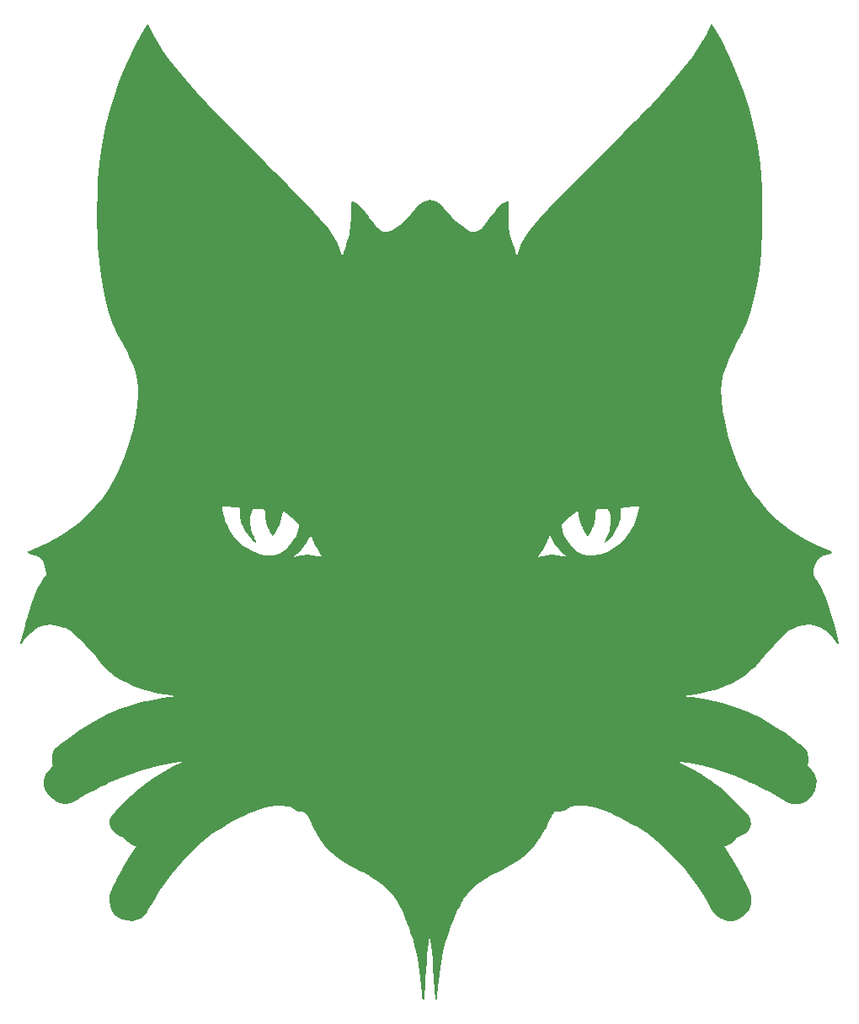
<source format=gbr>
%TF.GenerationSoftware,KiCad,Pcbnew,(6.0.10)*%
%TF.CreationDate,2023-11-18T20:59:03+01:00*%
%TF.ProjectId,Lynx,4c796e78-2e6b-4696-9361-645f70636258,V 1.3*%
%TF.SameCoordinates,Original*%
%TF.FileFunction,Copper,L1,Top*%
%TF.FilePolarity,Positive*%
%FSLAX46Y46*%
G04 Gerber Fmt 4.6, Leading zero omitted, Abs format (unit mm)*
G04 Created by KiCad (PCBNEW (6.0.10)) date 2023-11-18 20:59:03*
%MOMM*%
%LPD*%
G01*
G04 APERTURE LIST*
G04 APERTURE END LIST*
%TO.C,*%
G36*
X39356000Y-84471000D02*
G01*
X38990000Y-84350000D01*
X38984000Y-84286000D01*
X39018000Y-84197000D01*
X39024000Y-84193000D01*
X39118000Y-84149000D01*
X39314000Y-84068000D01*
X39500000Y-83994000D01*
X41007000Y-83323000D01*
X42406000Y-82537000D01*
X43693000Y-81637000D01*
X44470000Y-80991000D01*
X44774000Y-80709000D01*
X45124000Y-80363000D01*
X45464000Y-80013000D01*
X45705000Y-79750000D01*
X45753000Y-79692000D01*
X58507000Y-79692000D01*
X58510000Y-79807000D01*
X58547000Y-80031000D01*
X58608000Y-80320000D01*
X58683000Y-80629000D01*
X58761000Y-80914000D01*
X58834000Y-81129000D01*
X58834000Y-81130000D01*
X59020000Y-81542000D01*
X59261000Y-81996000D01*
X59512000Y-82407000D01*
X59521000Y-82420000D01*
X59911000Y-82939000D01*
X60318000Y-83346000D01*
X60691000Y-83624000D01*
X61191000Y-83941000D01*
X61614000Y-84174000D01*
X62002000Y-84340000D01*
X62400000Y-84457000D01*
X62852000Y-84545000D01*
X62940000Y-84559000D01*
X63433000Y-84596000D01*
X63740000Y-84571000D01*
X64308000Y-84404000D01*
X64836000Y-84083000D01*
X65183000Y-83764000D01*
X65529000Y-83339000D01*
X65852000Y-82833000D01*
X65962000Y-82629000D01*
X66180000Y-82100000D01*
X66260000Y-81645000D01*
X66260000Y-81635000D01*
X92680000Y-81635000D01*
X92750000Y-82093000D01*
X92958000Y-82613000D01*
X93298000Y-83184000D01*
X93514000Y-83483000D01*
X93754000Y-83759000D01*
X94035000Y-84028000D01*
X94263000Y-84206000D01*
X94795000Y-84474000D01*
X95364000Y-84591000D01*
X95924000Y-84569000D01*
X96406000Y-84486000D01*
X96827000Y-84373000D01*
X97233000Y-84211000D01*
X97669000Y-83983000D01*
X98180000Y-83670000D01*
X98666000Y-83297000D01*
X99111000Y-82822000D01*
X99537000Y-82218000D01*
X99635000Y-82059000D01*
X99779000Y-81802000D01*
X99934000Y-81498000D01*
X100057000Y-81236000D01*
X100063000Y-81222000D01*
X100135000Y-81018000D01*
X100217000Y-80737000D01*
X100298000Y-80423000D01*
X100369000Y-80119000D01*
X100418000Y-79867000D01*
X100435000Y-79711000D01*
X100432000Y-79688000D01*
X100358000Y-79664000D01*
X100155000Y-79662000D01*
X99809000Y-79683000D01*
X99715000Y-79690000D01*
X99265000Y-79730000D01*
X98916000Y-79771000D01*
X98687000Y-79810000D01*
X98597000Y-79845000D01*
X98597000Y-79847000D01*
X98595000Y-79932000D01*
X98593000Y-80134000D01*
X98591000Y-80400000D01*
X98587000Y-80720000D01*
X98572000Y-80938000D01*
X98536000Y-81116000D01*
X98467000Y-81312000D01*
X98399000Y-81480000D01*
X98121000Y-82069000D01*
X97807000Y-82545000D01*
X97575000Y-82811000D01*
X97429000Y-82952000D01*
X97253000Y-83108000D01*
X97088000Y-83245000D01*
X96975000Y-83327000D01*
X96950000Y-83337000D01*
X96976000Y-83266000D01*
X97053000Y-83084000D01*
X97164000Y-82829000D01*
X97193000Y-82764000D01*
X97326000Y-82461000D01*
X97408000Y-82257000D01*
X97458000Y-82108000D01*
X97491000Y-81969000D01*
X97491000Y-81968000D01*
X97582000Y-81266000D01*
X97551000Y-80647000D01*
X97542000Y-80596000D01*
X97473000Y-80289000D01*
X97392000Y-80058000D01*
X97345000Y-79977000D01*
X97296000Y-79920000D01*
X96973000Y-79920000D01*
X96628000Y-79927000D01*
X96347000Y-79947000D01*
X96167000Y-79977000D01*
X96120000Y-80000000D01*
X96105000Y-80091000D01*
X96084000Y-80296000D01*
X96062000Y-80562000D01*
X96032000Y-80907000D01*
X95996000Y-81156000D01*
X95941000Y-81370000D01*
X95853000Y-81613000D01*
X95826000Y-81680000D01*
X95688000Y-81998000D01*
X95541000Y-82288000D01*
X95409000Y-82507000D01*
X95333000Y-82598000D01*
X95281000Y-82599000D01*
X95249000Y-82567000D01*
X95147000Y-82432000D01*
X94993000Y-82197000D01*
X94883000Y-82020000D01*
X94770000Y-81802000D01*
X94637000Y-81500000D01*
X94514000Y-81185000D01*
X94462000Y-81033000D01*
X94410000Y-80826000D01*
X94362000Y-80570000D01*
X94359000Y-80549000D01*
X94323000Y-80337000D01*
X94292000Y-80197000D01*
X94288000Y-80184000D01*
X94249000Y-80129000D01*
X94201000Y-80149000D01*
X94053000Y-80248000D01*
X93824000Y-80425000D01*
X93550000Y-80649000D01*
X93269000Y-80891000D01*
X93016000Y-81119000D01*
X92855000Y-81275000D01*
X92680000Y-81455000D01*
X92680000Y-81635000D01*
X66260000Y-81635000D01*
X66260000Y-81610000D01*
X66247000Y-81485000D01*
X66183000Y-81387000D01*
X66042000Y-81238000D01*
X65813000Y-81023000D01*
X65533000Y-80776000D01*
X65240000Y-80530000D01*
X64973000Y-80317000D01*
X64802000Y-80192000D01*
X64704000Y-80135000D01*
X64664000Y-80147000D01*
X64633000Y-80242000D01*
X64590000Y-80455000D01*
X64577000Y-80533000D01*
X64505000Y-80892000D01*
X64405000Y-81221000D01*
X64280000Y-81540000D01*
X64174000Y-81785000D01*
X64082000Y-81966000D01*
X63959000Y-82166000D01*
X63891000Y-82270000D01*
X63742000Y-82488000D01*
X63653000Y-82594000D01*
X63604000Y-82612000D01*
X63601000Y-82611000D01*
X63520000Y-82510000D01*
X63400000Y-82306000D01*
X63266000Y-82043000D01*
X63139000Y-81764000D01*
X63069000Y-81590000D01*
X62952000Y-81214000D01*
X62892000Y-80840000D01*
X62881000Y-80710000D01*
X62854000Y-80358000D01*
X62836000Y-80138000D01*
X62823000Y-80023000D01*
X62812000Y-79985000D01*
X62719000Y-79964000D01*
X62517000Y-79944000D01*
X62256000Y-79929000D01*
X61989000Y-79920000D01*
X61765000Y-79920000D01*
X61637000Y-79931000D01*
X61631000Y-79933000D01*
X61556000Y-80030000D01*
X61476000Y-80241000D01*
X61405000Y-80520000D01*
X61359000Y-80813000D01*
X61351000Y-81305000D01*
X61421000Y-81874000D01*
X61449000Y-82015000D01*
X61476000Y-82124000D01*
X61523000Y-82258000D01*
X61602000Y-82453000D01*
X61727000Y-82743000D01*
X61799000Y-82907000D01*
X61897000Y-83134000D01*
X61960000Y-83288000D01*
X61975000Y-83331000D01*
X61915000Y-83295000D01*
X61783000Y-83195000D01*
X61631000Y-83073000D01*
X61540000Y-82995000D01*
X61156000Y-82582000D01*
X60825000Y-82098000D01*
X60742000Y-81942000D01*
X60624000Y-81690000D01*
X60507000Y-81412000D01*
X60417000Y-81175000D01*
X60390000Y-81090000D01*
X60347000Y-80802000D01*
X60337000Y-80419000D01*
X60344000Y-80233000D01*
X60352000Y-80025000D01*
X60351000Y-79896000D01*
X60350000Y-79884000D01*
X60287000Y-79819000D01*
X60154000Y-79791000D01*
X59906000Y-79758000D01*
X59591000Y-79724000D01*
X59254000Y-79693000D01*
X58941000Y-79670000D01*
X58698000Y-79660000D01*
X58674000Y-79660000D01*
X58541000Y-79668000D01*
X58507000Y-79692000D01*
X45753000Y-79692000D01*
X46494000Y-78789000D01*
X47181000Y-77804000D01*
X47802000Y-76739000D01*
X48089000Y-76180000D01*
X48682000Y-74844000D01*
X49174000Y-73438000D01*
X49570000Y-71942000D01*
X49875000Y-70339000D01*
X49999000Y-69460000D01*
X50083000Y-68539000D01*
X50085000Y-67715000D01*
X50000000Y-66943000D01*
X49822000Y-66178000D01*
X49546000Y-65378000D01*
X49515000Y-65301000D01*
X49273000Y-64742000D01*
X48975000Y-64124000D01*
X48657000Y-63520000D01*
X48434000Y-63130000D01*
X48332000Y-62948000D01*
X48194000Y-62690000D01*
X48091000Y-62490000D01*
X47583000Y-61374000D01*
X47150000Y-60169000D01*
X46787000Y-58865000D01*
X46493000Y-57451000D01*
X46265000Y-55914000D01*
X46101000Y-54245000D01*
X46051000Y-53520000D01*
X45998000Y-52377000D01*
X45968000Y-51114000D01*
X45961000Y-49770000D01*
X45978000Y-48382000D01*
X46018000Y-46990000D01*
X46020000Y-46920000D01*
X46149000Y-45204000D01*
X46402000Y-43416000D01*
X46775000Y-41581000D01*
X47262000Y-39722000D01*
X47860000Y-37860000D01*
X48084000Y-37240000D01*
X48585000Y-35970000D01*
X49142000Y-34698000D01*
X49735000Y-33466000D01*
X50344000Y-32316000D01*
X50830000Y-31482000D01*
X50943000Y-31302000D01*
X51007000Y-31221000D01*
X51052000Y-31200000D01*
X51059000Y-31200000D01*
X51130000Y-31224000D01*
X51176000Y-31333000D01*
X51188000Y-31380000D01*
X51331000Y-31788000D01*
X51576000Y-32296000D01*
X51916000Y-32889000D01*
X52343000Y-33553000D01*
X52568000Y-33880000D01*
X53237000Y-34793000D01*
X54028000Y-35790000D01*
X54930000Y-36863000D01*
X55936000Y-38000000D01*
X57038000Y-39192000D01*
X57519000Y-39699000D01*
X57694000Y-39880000D01*
X57965000Y-40156000D01*
X58313000Y-40510000D01*
X58723000Y-40923000D01*
X59175000Y-41379000D01*
X59652000Y-41860000D01*
X59961000Y-42170000D01*
X61074000Y-43288000D01*
X62081000Y-44298000D01*
X62986000Y-45209000D01*
X63796000Y-46025000D01*
X64518000Y-46753000D01*
X65157000Y-47400000D01*
X65719000Y-47970000D01*
X66212000Y-48472000D01*
X66640000Y-48910000D01*
X67010000Y-49292000D01*
X67328000Y-49623000D01*
X67601000Y-49910000D01*
X67790000Y-50111000D01*
X68071000Y-50416000D01*
X68384000Y-50762000D01*
X68698000Y-51114000D01*
X68978000Y-51434000D01*
X69192000Y-51684000D01*
X69236000Y-51736000D01*
X69681000Y-52368000D01*
X70084000Y-53117000D01*
X70423000Y-53940000D01*
X70519000Y-54230000D01*
X70577000Y-54413000D01*
X70610000Y-54515000D01*
X70611000Y-54519000D01*
X70640000Y-54466000D01*
X70702000Y-54300000D01*
X70769000Y-54109000D01*
X70876000Y-53795000D01*
X70986000Y-53485000D01*
X71035000Y-53350000D01*
X71203000Y-52857000D01*
X71316000Y-52406000D01*
X71368000Y-52120000D01*
X71443000Y-51476000D01*
X71483000Y-50727000D01*
X71486000Y-49925000D01*
X71480000Y-49707000D01*
X71472000Y-49414000D01*
X71469000Y-49190000D01*
X71471000Y-49077000D01*
X71472000Y-49071000D01*
X71555000Y-49016000D01*
X71651000Y-49034000D01*
X71865000Y-49108000D01*
X72018000Y-49188000D01*
X72047000Y-49206000D01*
X72230000Y-49341000D01*
X72423000Y-49520000D01*
X72646000Y-49766000D01*
X72918000Y-50100000D01*
X73258000Y-50544000D01*
X73296000Y-50595000D01*
X73583000Y-50974000D01*
X73798000Y-51252000D01*
X73966000Y-51456000D01*
X74107000Y-51614000D01*
X74264000Y-51771000D01*
X74539000Y-51993000D01*
X74792000Y-52091000D01*
X75072000Y-52083000D01*
X75093000Y-52080000D01*
X75494000Y-51954000D01*
X75925000Y-51717000D01*
X76395000Y-51363000D01*
X76912000Y-50885000D01*
X77485000Y-50274000D01*
X77902000Y-49790000D01*
X78314000Y-49359000D01*
X78710000Y-49075000D01*
X79108000Y-48924000D01*
X79410000Y-48894000D01*
X79748000Y-48932000D01*
X80018000Y-49040000D01*
X80276000Y-49191000D01*
X80521000Y-49390000D01*
X80791000Y-49667000D01*
X80994000Y-49901000D01*
X81562000Y-50535000D01*
X82117000Y-51078000D01*
X82644000Y-51516000D01*
X83129000Y-51839000D01*
X83557000Y-52034000D01*
X83648000Y-52060000D01*
X83966000Y-52097000D01*
X84241000Y-52015000D01*
X84366000Y-51940000D01*
X84541000Y-51803000D01*
X84735000Y-51608000D01*
X84965000Y-51335000D01*
X85247000Y-50965000D01*
X85585000Y-50498000D01*
X85770000Y-50240000D01*
X85946000Y-50003000D01*
X86042000Y-49878000D01*
X86411000Y-49468000D01*
X86759000Y-49193000D01*
X87008000Y-49078000D01*
X87146000Y-49035000D01*
X87185000Y-49019000D01*
X87290000Y-49020000D01*
X87308000Y-49037000D01*
X87324000Y-49069000D01*
X87332000Y-49141000D01*
X87332000Y-49288000D01*
X87324000Y-49546000D01*
X87319000Y-49682000D01*
X87311000Y-50611000D01*
X87352000Y-51459000D01*
X87443000Y-52204000D01*
X87580000Y-52821000D01*
X87583000Y-52830000D01*
X87633000Y-52983000D01*
X87717000Y-53220000D01*
X87775000Y-53380000D01*
X87892000Y-53706000D01*
X88011000Y-54048000D01*
X88052000Y-54169000D01*
X88125000Y-54379000D01*
X88175000Y-54503000D01*
X88187000Y-54519000D01*
X88215000Y-54430000D01*
X88268000Y-54256000D01*
X88270000Y-54250000D01*
X88626000Y-53295000D01*
X89092000Y-52416000D01*
X89690000Y-51577000D01*
X89930000Y-51289000D01*
X90152000Y-51037000D01*
X90391000Y-50769000D01*
X90656000Y-50480000D01*
X90954000Y-50160000D01*
X91292000Y-49803000D01*
X91677000Y-49402000D01*
X92117000Y-48947000D01*
X92620000Y-48432000D01*
X93193000Y-47849000D01*
X93843000Y-47191000D01*
X94577000Y-46449000D01*
X95404000Y-45616000D01*
X96330000Y-44686000D01*
X97242000Y-43769000D01*
X98088000Y-42919000D01*
X98832000Y-42172000D01*
X99483000Y-41516000D01*
X100051000Y-40942000D01*
X100546000Y-40438000D01*
X100980000Y-39995000D01*
X101361000Y-39601000D01*
X101701000Y-39247000D01*
X102010000Y-38921000D01*
X102297000Y-38613000D01*
X102573000Y-38313000D01*
X102848000Y-38010000D01*
X103091000Y-37740000D01*
X104094000Y-36595000D01*
X104983000Y-35524000D01*
X105755000Y-34533000D01*
X106406000Y-33626000D01*
X106932000Y-32807000D01*
X106993000Y-32705000D01*
X107237000Y-32262000D01*
X107438000Y-31848000D01*
X107576000Y-31502000D01*
X107620000Y-31349000D01*
X107668000Y-31225000D01*
X107741000Y-31200000D01*
X107788000Y-31216000D01*
X107850000Y-31292000D01*
X107947000Y-31447000D01*
X108755000Y-32871000D01*
X109524000Y-34417000D01*
X110237000Y-36050000D01*
X110881000Y-37735000D01*
X111440000Y-39437000D01*
X111826000Y-40820000D01*
X112095000Y-41944000D01*
X112318000Y-43042000D01*
X112497000Y-44141000D01*
X112635000Y-45265000D01*
X112736000Y-46441000D01*
X112800000Y-47695000D01*
X112832000Y-49054000D01*
X112834000Y-50542000D01*
X112833000Y-50640000D01*
X112824000Y-51413000D01*
X112811000Y-52070000D01*
X112791000Y-52658000D01*
X112763000Y-53219000D01*
X112726000Y-53801000D01*
X112699000Y-54170000D01*
X112533000Y-55864000D01*
X112302000Y-57422000D01*
X112003000Y-58855000D01*
X111634000Y-60175000D01*
X111193000Y-61392000D01*
X111118000Y-61574000D01*
X110997000Y-61853000D01*
X110871000Y-62125000D01*
X110726000Y-62421000D01*
X110547000Y-62768000D01*
X110319000Y-63196000D01*
X110028000Y-63734000D01*
X110020000Y-63750000D01*
X109516000Y-64752000D01*
X109139000Y-65680000D01*
X108880000Y-66554000D01*
X108733000Y-67390000D01*
X108718000Y-67540000D01*
X108706000Y-67825000D01*
X108705000Y-68200000D01*
X108714000Y-68598000D01*
X108733000Y-68950000D01*
X108748000Y-69110000D01*
X108779000Y-69348000D01*
X108827000Y-69685000D01*
X108882000Y-70060000D01*
X108935000Y-70414000D01*
X108978000Y-70687000D01*
X108982000Y-70710000D01*
X109341000Y-72434000D01*
X109826000Y-74070000D01*
X110433000Y-75612000D01*
X111161000Y-77056000D01*
X112007000Y-78397000D01*
X112271000Y-78760000D01*
X113257000Y-79946000D01*
X114360000Y-81028000D01*
X115569000Y-81995000D01*
X116309000Y-82495000D01*
X117302000Y-83076000D01*
X118345000Y-83598000D01*
X119320000Y-84007000D01*
X119583000Y-84108000D01*
X119729000Y-84171000D01*
X119794000Y-84216000D01*
X119810000Y-84261000D01*
X119810000Y-84350000D01*
X119480000Y-84461000D01*
X119037000Y-84622000D01*
X118719000Y-84770000D01*
X118496000Y-84923000D01*
X118337000Y-85099000D01*
X118306000Y-85144000D01*
X118126000Y-85505000D01*
X118022000Y-85933000D01*
X117999000Y-86121000D01*
X117975000Y-86310000D01*
X117951000Y-86416000D01*
X117951000Y-86417000D01*
X117946000Y-86455000D01*
X117977000Y-86527000D01*
X118063000Y-86666000D01*
X118189000Y-86857000D01*
X118422000Y-87222000D01*
X118635000Y-87589000D01*
X118833000Y-87976000D01*
X119024000Y-88398000D01*
X119212000Y-88872000D01*
X119404000Y-89415000D01*
X119606000Y-90042000D01*
X119823000Y-90771000D01*
X120063000Y-91617000D01*
X120331000Y-92598000D01*
X120421000Y-92936000D01*
X120546000Y-93403000D01*
X120505000Y-93444000D01*
X120434000Y-93477000D01*
X120351000Y-93414000D01*
X120226000Y-93235000D01*
X119746000Y-92606000D01*
X119201000Y-92118000D01*
X118594000Y-91773000D01*
X117989000Y-91588000D01*
X117697000Y-91558000D01*
X117342000Y-91556000D01*
X117016000Y-91584000D01*
X116990000Y-91588000D01*
X116457000Y-91715000D01*
X115939000Y-91908000D01*
X115498000Y-92142000D01*
X115388000Y-92219000D01*
X115288000Y-92297000D01*
X115177000Y-92395000D01*
X115032000Y-92532000D01*
X114835000Y-92730000D01*
X114564000Y-93007000D01*
X114299000Y-93280000D01*
X113981000Y-93609000D01*
X113746000Y-93855000D01*
X113563000Y-94050000D01*
X113405000Y-94228000D01*
X113240000Y-94419000D01*
X113042000Y-94656000D01*
X112972000Y-94740000D01*
X112651000Y-95123000D01*
X112404000Y-95412000D01*
X112202000Y-95637000D01*
X112020000Y-95828000D01*
X111838000Y-96009000D01*
X111067000Y-96666000D01*
X110223000Y-97208000D01*
X109810000Y-97422000D01*
X109098000Y-97736000D01*
X108340000Y-98007000D01*
X107510000Y-98243000D01*
X106581000Y-98451000D01*
X105525000Y-98638000D01*
X105270000Y-98678000D01*
X105112000Y-98706000D01*
X105059000Y-98724000D01*
X105060000Y-98725000D01*
X105148000Y-98740000D01*
X105355000Y-98771000D01*
X105642000Y-98812000D01*
X105750000Y-98827000D01*
X107325000Y-99087000D01*
X108780000Y-99419000D01*
X110142000Y-99831000D01*
X111440000Y-100335000D01*
X112700000Y-100941000D01*
X113951000Y-101658000D01*
X114609000Y-102080000D01*
X115084000Y-102401000D01*
X115525000Y-102713000D01*
X115975000Y-103048000D01*
X116480000Y-103440000D01*
X116761000Y-103662000D01*
X117014000Y-103866000D01*
X117169000Y-103999000D01*
X117253000Y-104086000D01*
X117285000Y-104133000D01*
X117395000Y-104456000D01*
X117447000Y-104890000D01*
X117438000Y-105393000D01*
X117409000Y-105660000D01*
X117396000Y-105750000D01*
X117528000Y-105857000D01*
X117836000Y-106165000D01*
X118081000Y-106518000D01*
X118150000Y-106658000D01*
X118283000Y-107176000D01*
X118271000Y-107715000D01*
X118121000Y-108241000D01*
X117880000Y-108660000D01*
X117477000Y-109093000D01*
X117018000Y-109398000D01*
X116525000Y-109566000D01*
X116019000Y-109586000D01*
X115922000Y-109572000D01*
X115556000Y-109477000D01*
X115186000Y-109309000D01*
X114907000Y-109145000D01*
X114324000Y-108793000D01*
X113641000Y-108409000D01*
X112910000Y-108019000D01*
X112179000Y-107650000D01*
X111499000Y-107328000D01*
X111340000Y-107256000D01*
X109746000Y-106601000D01*
X108222000Y-106081000D01*
X106759000Y-105692000D01*
X105420000Y-105442000D01*
X105090000Y-105396000D01*
X104793000Y-105357000D01*
X104570000Y-105331000D01*
X104456000Y-105322000D01*
X104450000Y-105323000D01*
X104512000Y-105361000D01*
X104683000Y-105453000D01*
X104931000Y-105584000D01*
X105016000Y-105629000D01*
X105868000Y-106084000D01*
X106605000Y-106510000D01*
X107265000Y-106927000D01*
X107885000Y-107358000D01*
X108070000Y-107495000D01*
X108798000Y-108073000D01*
X109526000Y-108718000D01*
X110293000Y-109465000D01*
X110301000Y-109473000D01*
X110721000Y-109903000D01*
X111042000Y-110243000D01*
X111277000Y-110511000D01*
X111444000Y-110727000D01*
X111556000Y-110910000D01*
X111631000Y-111082000D01*
X111672000Y-111220000D01*
X111698000Y-111521000D01*
X111648000Y-111819000D01*
X111634000Y-111856000D01*
X111427000Y-112189000D01*
X111104000Y-112501000D01*
X110968000Y-112599000D01*
X110823000Y-112685000D01*
X110622000Y-112793000D01*
X110420000Y-112896000D01*
X110270000Y-112966000D01*
X110226000Y-112980000D01*
X110166000Y-113035000D01*
X110072000Y-113148000D01*
X109718000Y-113508000D01*
X109343000Y-113710000D01*
X109128000Y-113754000D01*
X109016000Y-113767000D01*
X109000000Y-113772000D01*
X109040000Y-113835000D01*
X109146000Y-113996000D01*
X109277000Y-114194000D01*
X110112000Y-115529000D01*
X110868000Y-116918000D01*
X110909000Y-117000000D01*
X111223000Y-117639000D01*
X111455000Y-118149000D01*
X111608000Y-118536000D01*
X111682000Y-118789000D01*
X111718000Y-119140000D01*
X111703000Y-119510000D01*
X111689000Y-119601000D01*
X111513000Y-120129000D01*
X111214000Y-120581000D01*
X110816000Y-120939000D01*
X110342000Y-121186000D01*
X109816000Y-121303000D01*
X109446000Y-121300000D01*
X109071000Y-121232000D01*
X108714000Y-121093000D01*
X108707000Y-121090000D01*
X108382000Y-120899000D01*
X108106000Y-120651000D01*
X107847000Y-120314000D01*
X107599000Y-119900000D01*
X107223000Y-119252000D01*
X106776000Y-118537000D01*
X106292000Y-117808000D01*
X105815000Y-117132000D01*
X104819000Y-115847000D01*
X103802000Y-114695000D01*
X102772000Y-113685000D01*
X101736000Y-112822000D01*
X101230000Y-112457000D01*
X100816000Y-112191000D01*
X100295000Y-111880000D01*
X99706000Y-111548000D01*
X99089000Y-111215000D01*
X98483000Y-110903000D01*
X97926000Y-110634000D01*
X97840000Y-110594000D01*
X97032000Y-110249000D01*
X96311000Y-109994000D01*
X95640000Y-109817000D01*
X94995000Y-109709000D01*
X94763000Y-109687000D01*
X94557000Y-109689000D01*
X94440000Y-109698000D01*
X94203000Y-109722000D01*
X93939000Y-109756000D01*
X93698000Y-109793000D01*
X93533000Y-109824000D01*
X93492000Y-109837000D01*
X93419000Y-109895000D01*
X93356000Y-109945000D01*
X92891000Y-110219000D01*
X92358000Y-110349000D01*
X92138000Y-110360000D01*
X91941000Y-110360000D01*
X91871000Y-110431000D01*
X91778000Y-110568000D01*
X91633000Y-110846000D01*
X91609000Y-110896000D01*
X91337000Y-111449000D01*
X91115000Y-111890000D01*
X90923000Y-112250000D01*
X90746000Y-112562000D01*
X90565000Y-112860000D01*
X90501000Y-112960000D01*
X89977000Y-113709000D01*
X89438000Y-114329000D01*
X88860000Y-114848000D01*
X88750000Y-114933000D01*
X88399000Y-115184000D01*
X88012000Y-115428000D01*
X87556000Y-115686000D01*
X86998000Y-115976000D01*
X86710000Y-116121000D01*
X86196000Y-116379000D01*
X85785000Y-116596000D01*
X85436000Y-116796000D01*
X85105000Y-117001000D01*
X84940000Y-117109000D01*
X84227000Y-117616000D01*
X83646000Y-118107000D01*
X83170000Y-118606000D01*
X82776000Y-119137000D01*
X82721000Y-119224000D01*
X82568000Y-119490000D01*
X82382000Y-119848000D01*
X82189000Y-120241000D01*
X82019000Y-120613000D01*
X81985000Y-120691000D01*
X81806000Y-121133000D01*
X81606000Y-121659000D01*
X81405000Y-122215000D01*
X81220000Y-122751000D01*
X81070000Y-123214000D01*
X81021000Y-123376000D01*
X80756000Y-124404000D01*
X80538000Y-125487000D01*
X80364000Y-126653000D01*
X80228000Y-127931000D01*
X80160000Y-128820000D01*
X80143000Y-129036000D01*
X80125000Y-129141000D01*
X80099000Y-129183000D01*
X79995000Y-129195000D01*
X79960000Y-129160000D01*
X79948000Y-129071000D01*
X79930000Y-128856000D01*
X79909000Y-128550000D01*
X79891000Y-128248000D01*
X79820000Y-127071000D01*
X79752000Y-126044000D01*
X79686000Y-125159000D01*
X79622000Y-124406000D01*
X79558000Y-123775000D01*
X79494000Y-123258000D01*
X79457000Y-123005000D01*
X79425000Y-122827000D01*
X79402000Y-122741000D01*
X79400000Y-122740000D01*
X79387000Y-122755000D01*
X79371000Y-122828000D01*
X79344000Y-122997000D01*
X79320000Y-123150000D01*
X79268000Y-123554000D01*
X79211000Y-124093000D01*
X79150000Y-124740000D01*
X79089000Y-125471000D01*
X79029000Y-126260000D01*
X78972000Y-127080000D01*
X78920000Y-127908000D01*
X78875000Y-128716000D01*
X78868000Y-128860000D01*
X78854000Y-129052000D01*
X78839000Y-129159000D01*
X78838000Y-129163000D01*
X78748000Y-129205000D01*
X78697000Y-129182000D01*
X78649000Y-129070000D01*
X78647000Y-129049000D01*
X78638000Y-128918000D01*
X78622000Y-128687000D01*
X78609000Y-128500000D01*
X78549000Y-127748000D01*
X78474000Y-126996000D01*
X78389000Y-126297000D01*
X78301000Y-125713000D01*
X78176000Y-125044000D01*
X78033000Y-124379000D01*
X77882000Y-123758000D01*
X77732000Y-123222000D01*
X77609000Y-122850000D01*
X77545000Y-122672000D01*
X77455000Y-122414000D01*
X77399000Y-122250000D01*
X77019000Y-121209000D01*
X76640000Y-120306000D01*
X76264000Y-119549000D01*
X75894000Y-118944000D01*
X75848000Y-118880000D01*
X75433000Y-118388000D01*
X74886000Y-117877000D01*
X74228000Y-117364000D01*
X73575000Y-116927000D01*
X73164000Y-116679000D01*
X72758000Y-116456000D01*
X72289000Y-116221000D01*
X72162000Y-116160000D01*
X71333000Y-115741000D01*
X70633000Y-115337000D01*
X70039000Y-114928000D01*
X69525000Y-114492000D01*
X69065000Y-114008000D01*
X68633000Y-113458000D01*
X68407000Y-113130000D01*
X68047000Y-112554000D01*
X67689000Y-111904000D01*
X67334000Y-111190000D01*
X67163000Y-110834000D01*
X67041000Y-110598000D01*
X66948000Y-110457000D01*
X66866000Y-110387000D01*
X66773000Y-110363000D01*
X66676000Y-110360000D01*
X66187000Y-110283000D01*
X65716000Y-110066000D01*
X65527000Y-109931000D01*
X65393000Y-109824000D01*
X65062000Y-109772000D01*
X64619000Y-109711000D01*
X64275000Y-109688000D01*
X63977000Y-109701000D01*
X63905000Y-109709000D01*
X63278000Y-109813000D01*
X62640000Y-109977000D01*
X61957000Y-110213000D01*
X61194000Y-110531000D01*
X60880000Y-110674000D01*
X60310000Y-110951000D01*
X59688000Y-111274000D01*
X59054000Y-111622000D01*
X58449000Y-111972000D01*
X57914000Y-112300000D01*
X57520000Y-112561000D01*
X56507000Y-113348000D01*
X55494000Y-114284000D01*
X54489000Y-115359000D01*
X53503000Y-116562000D01*
X52544000Y-117884000D01*
X52315000Y-118225000D01*
X52036000Y-118653000D01*
X51755000Y-119103000D01*
X51494000Y-119534000D01*
X51276000Y-119908000D01*
X51135000Y-120170000D01*
X50906000Y-120523000D01*
X50752000Y-120691000D01*
X50302000Y-121036000D01*
X49780000Y-121242000D01*
X49448000Y-121300000D01*
X48945000Y-121283000D01*
X48441000Y-121141000D01*
X48098000Y-120960000D01*
X47886000Y-120785000D01*
X47661000Y-120554000D01*
X47495000Y-120339000D01*
X47494000Y-120337000D01*
X47262000Y-119818000D01*
X47178000Y-119257000D01*
X47243000Y-118683000D01*
X47297000Y-118498000D01*
X47397000Y-118244000D01*
X47557000Y-117886000D01*
X47758000Y-117459000D01*
X47985000Y-117000000D01*
X48218000Y-116545000D01*
X48442000Y-116129000D01*
X48469000Y-116080000D01*
X48822000Y-115467000D01*
X49203000Y-114841000D01*
X49572000Y-114266000D01*
X49713000Y-114056000D01*
X49829000Y-113885000D01*
X49894000Y-113784000D01*
X49900000Y-113774000D01*
X49834000Y-113761000D01*
X49772000Y-113754000D01*
X49387000Y-113641000D01*
X49026000Y-113373000D01*
X48831000Y-113152000D01*
X48707000Y-113011000D01*
X48627000Y-112963000D01*
X48431000Y-112876000D01*
X48179000Y-112745000D01*
X47947000Y-112608000D01*
X47920000Y-112590000D01*
X47670000Y-112392000D01*
X47448000Y-112162000D01*
X47346000Y-112020000D01*
X47210000Y-111630000D01*
X47224000Y-111223000D01*
X47232000Y-111194000D01*
X47295000Y-111009000D01*
X47397000Y-110815000D01*
X47553000Y-110592000D01*
X47779000Y-110323000D01*
X48088000Y-109987000D01*
X48496000Y-109567000D01*
X48642000Y-109419000D01*
X49415000Y-108672000D01*
X50166000Y-108011000D01*
X50928000Y-107415000D01*
X51736000Y-106857000D01*
X52622000Y-106315000D01*
X53619000Y-105765000D01*
X53954000Y-105590000D01*
X54199000Y-105462000D01*
X54377000Y-105367000D01*
X54450000Y-105324000D01*
X54450000Y-105323000D01*
X54366000Y-105327000D01*
X54141000Y-105353000D01*
X53791000Y-105399000D01*
X53620000Y-105422000D01*
X52059000Y-105712000D01*
X50446000Y-106151000D01*
X48781000Y-106742000D01*
X47064000Y-107483000D01*
X46870000Y-107574000D01*
X46372000Y-107819000D01*
X45835000Y-108095000D01*
X45295000Y-108383000D01*
X44787000Y-108665000D01*
X44345000Y-108920000D01*
X44006000Y-109130000D01*
X43952000Y-109166000D01*
X43636000Y-109338000D01*
X43293000Y-109464000D01*
X43274000Y-109470000D01*
X42744000Y-109532000D01*
X42226000Y-109443000D01*
X41880000Y-109299000D01*
X41510000Y-109068000D01*
X41170000Y-108776000D01*
X40901000Y-108465000D01*
X40758000Y-108212000D01*
X40664000Y-107935000D01*
X40621000Y-107689000D01*
X40611000Y-107400000D01*
X40614000Y-107168000D01*
X40629000Y-107022000D01*
X40656000Y-106910000D01*
X40878000Y-106417000D01*
X41247000Y-105968000D01*
X41457000Y-105786000D01*
X41491000Y-105746000D01*
X41490000Y-105662000D01*
X41478000Y-105580000D01*
X41463000Y-105396000D01*
X41454000Y-105137000D01*
X41454000Y-105040000D01*
X41471000Y-104633000D01*
X41529000Y-104336000D01*
X41603000Y-104157000D01*
X41648000Y-104083000D01*
X41716000Y-104007000D01*
X41839000Y-103898000D01*
X42047000Y-103728000D01*
X42131000Y-103660000D01*
X42867000Y-103084000D01*
X43557000Y-102577000D01*
X44262000Y-102093000D01*
X44281000Y-102080000D01*
X45678000Y-101222000D01*
X47065000Y-100509000D01*
X48462000Y-99932000D01*
X49375000Y-99629000D01*
X50376000Y-99352000D01*
X51425000Y-99116000D01*
X52567000Y-98912000D01*
X53169000Y-98821000D01*
X53525000Y-98768000D01*
X53727000Y-98732000D01*
X53771000Y-98714000D01*
X53770000Y-98714000D01*
X53654000Y-98695000D01*
X53480000Y-98669000D01*
X52100000Y-98433000D01*
X50851000Y-98127000D01*
X49738000Y-97754000D01*
X48948000Y-97408000D01*
X48359000Y-97092000D01*
X47827000Y-96746000D01*
X47323000Y-96346000D01*
X46821000Y-95870000D01*
X46291000Y-95293000D01*
X45860000Y-94780000D01*
X45436000Y-94275000D01*
X45078000Y-93880000D01*
X44931000Y-93730000D01*
X44778000Y-93576000D01*
X44551000Y-93344000D01*
X44289000Y-93075000D01*
X44153000Y-92935000D01*
X43809000Y-92586000D01*
X43538000Y-92332000D01*
X43307000Y-92148000D01*
X43084000Y-92011000D01*
X42835000Y-91896000D01*
X42664000Y-91828000D01*
X42135000Y-91657000D01*
X41654000Y-91571000D01*
X41300000Y-91554000D01*
X40686000Y-91614000D01*
X40114000Y-91809000D01*
X39687000Y-92052000D01*
X39305000Y-92356000D01*
X38926000Y-92748000D01*
X38607000Y-93165000D01*
X38515000Y-93314000D01*
X38409000Y-93458000D01*
X38321000Y-93465000D01*
X38295000Y-93444000D01*
X38254000Y-93403000D01*
X38327000Y-93107000D01*
X38395000Y-92838000D01*
X38495000Y-92462000D01*
X38614000Y-92022000D01*
X38741000Y-91563000D01*
X38861000Y-91132000D01*
X38964000Y-90773000D01*
X38981000Y-90715000D01*
X39254000Y-89826000D01*
X39512000Y-89068000D01*
X39767000Y-88414000D01*
X40032000Y-87839000D01*
X40316000Y-87315000D01*
X40632000Y-86815000D01*
X40716000Y-86693000D01*
X40821000Y-86539000D01*
X40857000Y-86463000D01*
X40850000Y-86413000D01*
X40847000Y-86406000D01*
X40821000Y-86287000D01*
X40800000Y-86117000D01*
X40700000Y-85590000D01*
X40517000Y-85173000D01*
X40314000Y-84930000D01*
X40084000Y-84778000D01*
X39907000Y-84694000D01*
X65776000Y-84694000D01*
X65777000Y-84716000D01*
X65793000Y-84712000D01*
X65896000Y-84688000D01*
X65940000Y-84679000D01*
X66576000Y-84575000D01*
X67120000Y-84533000D01*
X67629000Y-84553000D01*
X68160000Y-84635000D01*
X68336000Y-84672000D01*
X68508000Y-84706000D01*
X68592000Y-84716000D01*
X68587000Y-84696000D01*
X90325000Y-84696000D01*
X90331000Y-84716000D01*
X90394000Y-84713000D01*
X90550000Y-84684000D01*
X90750000Y-84643000D01*
X91174000Y-84567000D01*
X91562000Y-84537000D01*
X91740000Y-84535000D01*
X92255000Y-84566000D01*
X92823000Y-84649000D01*
X92923000Y-84669000D01*
X93088000Y-84699000D01*
X93160000Y-84706000D01*
X93114000Y-84652000D01*
X92986000Y-84528000D01*
X92930000Y-84475000D01*
X92422000Y-83973000D01*
X92047000Y-83527000D01*
X91934000Y-83364000D01*
X91831000Y-83193000D01*
X91700000Y-82959000D01*
X91660000Y-82883000D01*
X91555000Y-82692000D01*
X91486000Y-82580000D01*
X91473000Y-82566000D01*
X91436000Y-82636000D01*
X91363000Y-82808000D01*
X91321000Y-82911000D01*
X91160000Y-83294000D01*
X90999000Y-83622000D01*
X90806000Y-83954000D01*
X90548000Y-84350000D01*
X90537000Y-84368000D01*
X90414000Y-84553000D01*
X90337000Y-84675000D01*
X90325000Y-84696000D01*
X68587000Y-84696000D01*
X68579000Y-84663000D01*
X68483000Y-84503000D01*
X68409000Y-84390000D01*
X68116000Y-83932000D01*
X67894000Y-83543000D01*
X67714000Y-83166000D01*
X67600000Y-82885000D01*
X67520000Y-82688000D01*
X67468000Y-82573000D01*
X67459000Y-82560000D01*
X67416000Y-82623000D01*
X67328000Y-82780000D01*
X67299000Y-82835000D01*
X67049000Y-83277000D01*
X66788000Y-83652000D01*
X66477000Y-84010000D01*
X66076000Y-84403000D01*
X66042000Y-84435000D01*
X65859000Y-84608000D01*
X65776000Y-84694000D01*
X39907000Y-84694000D01*
X39741000Y-84615000D01*
X39356000Y-84471000D01*
G37*
%TD*%
M02*

</source>
